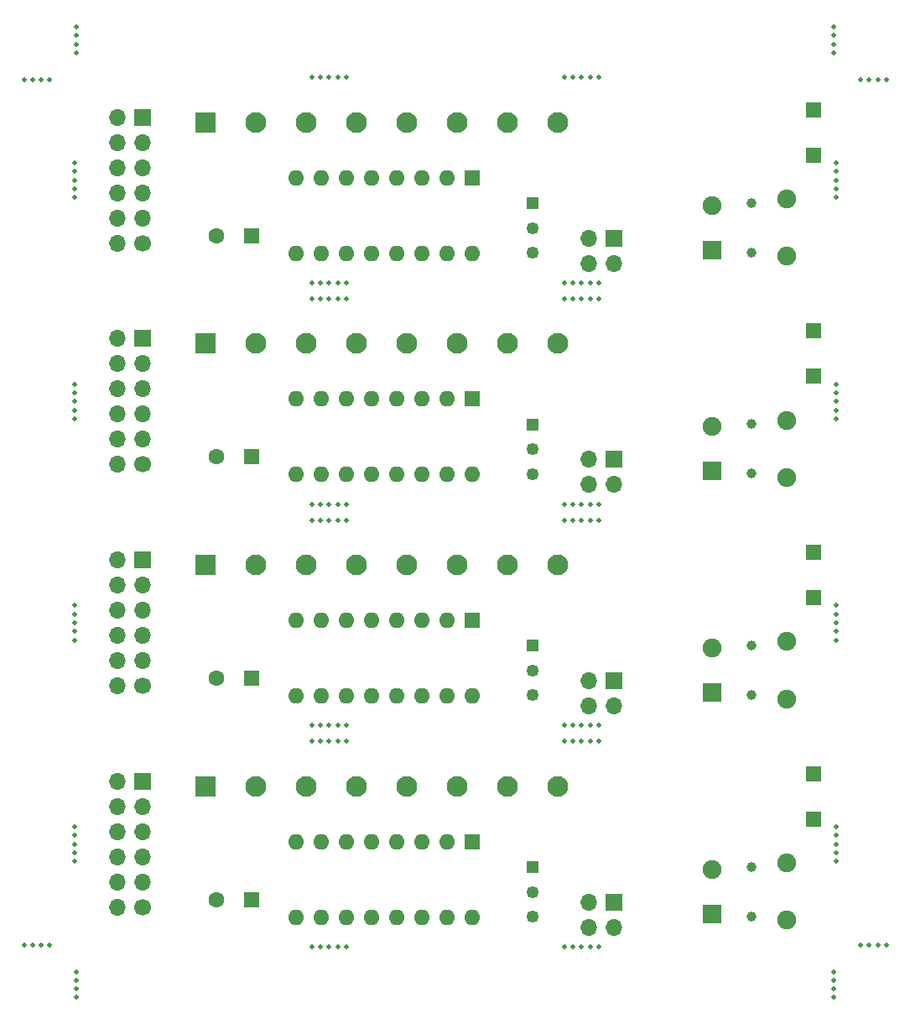
<source format=gbr>
%TF.GenerationSoftware,KiCad,Pcbnew,7.0.9*%
%TF.CreationDate,2023-12-02T23:05:05+09:00*%
%TF.ProjectId,kikit,6b696b69-742e-46b6-9963-61645f706362,rev?*%
%TF.SameCoordinates,Original*%
%TF.FileFunction,Soldermask,Bot*%
%TF.FilePolarity,Negative*%
%FSLAX46Y46*%
G04 Gerber Fmt 4.6, Leading zero omitted, Abs format (unit mm)*
G04 Created by KiCad (PCBNEW 7.0.9) date 2023-12-02 23:05:05*
%MOMM*%
%LPD*%
G01*
G04 APERTURE LIST*
%ADD10R,1.600000X1.600000*%
%ADD11O,1.600000X1.600000*%
%ADD12C,0.500000*%
%ADD13R,2.100000X2.100000*%
%ADD14C,2.100000*%
%ADD15C,1.000000*%
%ADD16R,1.900000X1.900000*%
%ADD17C,1.900000*%
%ADD18C,1.600000*%
%ADD19R,1.251000X1.251000*%
%ADD20C,1.251000*%
%ADD21R,1.500000X1.500000*%
%ADD22R,1.700000X1.700000*%
%ADD23O,1.700000X1.700000*%
%ADD24C,1.700000*%
G04 APERTURE END LIST*
D10*
%TO.C,U1*%
X150239500Y-102876000D03*
D11*
X147699500Y-102876000D03*
X145159500Y-102876000D03*
X142619500Y-102876000D03*
X140079500Y-102876000D03*
X137539500Y-102876000D03*
X134999500Y-102876000D03*
X132459500Y-102876000D03*
X132459500Y-110496000D03*
X134999500Y-110496000D03*
X137539500Y-110496000D03*
X140079500Y-110496000D03*
X142619500Y-110496000D03*
X145159500Y-110496000D03*
X147699500Y-110496000D03*
X150239500Y-110496000D03*
%TD*%
D12*
%TO.C,KiKit_MB_18_3*%
X159492333Y-91160000D03*
%TD*%
%TO.C,KiKit_MB_20_3*%
X186927000Y-104870000D03*
%TD*%
%TO.C,KiKit_MB_17_4*%
X134882667Y-91160000D03*
%TD*%
%TO.C,KiKit_MB_27_6*%
X110273000Y-118565714D03*
%TD*%
%TO.C,KiKit_MB_15_7*%
X134007667Y-70440000D03*
%TD*%
D13*
%TO.C,J4*%
X123330500Y-97278000D03*
D14*
X128410500Y-97278000D03*
X133490500Y-97278000D03*
X138570500Y-97278000D03*
X143650500Y-97278000D03*
X148730500Y-97278000D03*
X153810500Y-97278000D03*
X158890500Y-97278000D03*
%TD*%
D12*
%TO.C,KiKit_MB_21_3*%
X137507667Y-92760000D03*
%TD*%
%TO.C,KiKit_MB_8_4*%
X186927000Y-59355000D03*
%TD*%
%TO.C,KiKit_MB_15_4*%
X136632667Y-70440000D03*
%TD*%
%TO.C,KiKit_MB_27_4*%
X110273000Y-116851428D03*
%TD*%
%TO.C,KiKit_MB_6_3*%
X159492333Y-46520000D03*
%TD*%
%TO.C,KiKit_MB_18_4*%
X160367333Y-91160000D03*
%TD*%
D15*
%TO.C,J2*%
X178448500Y-110406000D03*
X178448500Y-105406000D03*
D16*
X174448500Y-110156000D03*
D17*
X174448500Y-105656000D03*
X181948500Y-110806000D03*
X181948500Y-105006000D03*
%TD*%
D10*
%TO.C,U1*%
X150239500Y-35916000D03*
D11*
X147699500Y-35916000D03*
X145159500Y-35916000D03*
X142619500Y-35916000D03*
X140079500Y-35916000D03*
X137539500Y-35916000D03*
X134999500Y-35916000D03*
X132459500Y-35916000D03*
X132459500Y-43536000D03*
X134999500Y-43536000D03*
X137539500Y-43536000D03*
X140079500Y-43536000D03*
X142619500Y-43536000D03*
X145159500Y-43536000D03*
X147699500Y-43536000D03*
X150239500Y-43536000D03*
%TD*%
D12*
%TO.C,KiKit_MB_7_3*%
X110073000Y-56730000D03*
%TD*%
D10*
%TO.C,C1*%
X127912651Y-108708000D03*
D18*
X124412651Y-108708000D03*
%TD*%
D12*
%TO.C,KiKit_MB_11_6*%
X136632667Y-68840000D03*
%TD*%
%TO.C,KiKit_MB_3_6*%
X134882667Y-25800000D03*
%TD*%
%TO.C,KiKit_MB_9_3*%
X137507667Y-48120000D03*
%TD*%
%TO.C,KiKit_MB_4_5*%
X161242333Y-25800000D03*
%TD*%
%TO.C,KiKit_MB_26_6*%
X186727000Y-23285715D03*
%TD*%
%TO.C,KiKit_MB_10_4*%
X162117333Y-48120000D03*
%TD*%
%TO.C,KiKit_MB_2_4*%
X186927000Y-37035000D03*
%TD*%
%TO.C,KiKit_MB_18_6*%
X162117333Y-91160000D03*
%TD*%
%TO.C,KiKit_MB_2_6*%
X186927000Y-35285000D03*
%TD*%
D19*
%TO.C,RV1*%
X156350500Y-83126000D03*
D20*
X156350500Y-85626000D03*
X156350500Y-88126000D03*
%TD*%
D12*
%TO.C,KiKit_MB_14_3*%
X186927000Y-82550000D03*
%TD*%
%TO.C,KiKit_MB_21_4*%
X136632667Y-92760000D03*
%TD*%
%TO.C,KiKit_MB_16_3*%
X162992333Y-70440000D03*
%TD*%
D21*
%TO.C,GND*%
X184671500Y-33620000D03*
%TD*%
D12*
%TO.C,KiKit_MB_1_5*%
X110073000Y-36160000D03*
%TD*%
%TO.C,KiKit_MB_20_4*%
X186927000Y-103995000D03*
%TD*%
%TO.C,KiKit_MB_5_6*%
X136632667Y-46520000D03*
%TD*%
%TO.C,KiKit_MB_29_5*%
X106701572Y-26000000D03*
%TD*%
D21*
%TO.C,TP1*%
X184671500Y-73688000D03*
%TD*%
D12*
%TO.C,KiKit_MB_15_6*%
X134882667Y-70440000D03*
%TD*%
%TO.C,KiKit_MB_18_5*%
X161242333Y-91160000D03*
%TD*%
%TO.C,KiKit_MB_26_3*%
X186727000Y-20714286D03*
%TD*%
%TO.C,KiKit_MB_6_4*%
X160367333Y-46520000D03*
%TD*%
%TO.C,KiKit_MB_29_3*%
X104987286Y-26000000D03*
%TD*%
%TO.C,KiKit_MB_21_7*%
X134007667Y-92760000D03*
%TD*%
%TO.C,KiKit_MB_23_3*%
X134007667Y-113480000D03*
%TD*%
%TO.C,KiKit_MB_12_7*%
X162992333Y-68840000D03*
%TD*%
D13*
%TO.C,J4*%
X123330500Y-30318000D03*
D14*
X128410500Y-30318000D03*
X133490500Y-30318000D03*
X138570500Y-30318000D03*
X143650500Y-30318000D03*
X148730500Y-30318000D03*
X153810500Y-30318000D03*
X158890500Y-30318000D03*
%TD*%
D12*
%TO.C,KiKit_MB_5_7*%
X137507667Y-46520000D03*
%TD*%
%TO.C,KiKit_MB_16_5*%
X161242333Y-70440000D03*
%TD*%
%TO.C,KiKit_MB_18_7*%
X162992333Y-91160000D03*
%TD*%
D19*
%TO.C,RV1*%
X156350500Y-38486000D03*
D20*
X156350500Y-40986000D03*
X156350500Y-43486000D03*
%TD*%
D12*
%TO.C,KiKit_MB_19_7*%
X110073000Y-104870000D03*
%TD*%
%TO.C,KiKit_MB_23_6*%
X136632667Y-113480000D03*
%TD*%
%TO.C,KiKit_MB_32_6*%
X192012714Y-113280000D03*
%TD*%
%TO.C,KiKit_MB_7_6*%
X110073000Y-59355000D03*
%TD*%
%TO.C,KiKit_MB_28_6*%
X186727000Y-118565714D03*
%TD*%
%TO.C,KiKit_MB_16_4*%
X162117333Y-70440000D03*
%TD*%
%TO.C,KiKit_MB_13_3*%
X110073000Y-79050000D03*
%TD*%
%TO.C,KiKit_MB_29_4*%
X105844429Y-26000000D03*
%TD*%
%TO.C,KiKit_MB_7_7*%
X110073000Y-60230000D03*
%TD*%
%TO.C,KiKit_MB_30_4*%
X105844429Y-113280000D03*
%TD*%
%TO.C,KiKit_MB_21_5*%
X135757667Y-92760000D03*
%TD*%
%TO.C,KiKit_MB_17_3*%
X134007667Y-91160000D03*
%TD*%
%TO.C,KiKit_MB_31_5*%
X191155571Y-26000000D03*
%TD*%
%TO.C,KiKit_MB_4_6*%
X160367333Y-25800000D03*
%TD*%
%TO.C,KiKit_MB_1_3*%
X110073000Y-34410000D03*
%TD*%
D22*
%TO.C,J1*%
X116980500Y-74450000D03*
D23*
X116980500Y-76990000D03*
X116980500Y-79530000D03*
X116980500Y-82070000D03*
X116980500Y-84610000D03*
D24*
X116980500Y-87150000D03*
D23*
X114440500Y-74450000D03*
X114440500Y-76990000D03*
X114440500Y-79530000D03*
X114440500Y-82070000D03*
X114440500Y-84610000D03*
X114440500Y-87150000D03*
%TD*%
D12*
%TO.C,KiKit_MB_14_4*%
X186927000Y-81675000D03*
%TD*%
%TO.C,KiKit_MB_25_5*%
X110273000Y-22428572D03*
%TD*%
%TO.C,KiKit_MB_20_5*%
X186927000Y-103120000D03*
%TD*%
%TO.C,KiKit_MB_20_7*%
X186927000Y-101370000D03*
%TD*%
%TO.C,KiKit_MB_17_7*%
X137507667Y-91160000D03*
%TD*%
D19*
%TO.C,RV1*%
X156350500Y-60806000D03*
D20*
X156350500Y-63306000D03*
X156350500Y-65806000D03*
%TD*%
D12*
%TO.C,KiKit_MB_17_6*%
X136632667Y-91160000D03*
%TD*%
%TO.C,KiKit_MB_8_6*%
X186927000Y-57605000D03*
%TD*%
%TO.C,KiKit_MB_31_6*%
X192012714Y-26000000D03*
%TD*%
%TO.C,KiKit_MB_29_6*%
X107558715Y-26000000D03*
%TD*%
D22*
%TO.C,J5*%
X164483500Y-86637000D03*
D23*
X164483500Y-89177000D03*
X161943500Y-86637000D03*
X161943500Y-89177000D03*
%TD*%
D12*
%TO.C,KiKit_MB_14_5*%
X186927000Y-80800000D03*
%TD*%
%TO.C,KiKit_MB_15_3*%
X137507667Y-70440000D03*
%TD*%
%TO.C,KiKit_MB_9_4*%
X136632667Y-48120000D03*
%TD*%
%TO.C,KiKit_MB_19_3*%
X110073000Y-101370000D03*
%TD*%
%TO.C,KiKit_MB_1_6*%
X110073000Y-37035000D03*
%TD*%
%TO.C,KiKit_MB_10_5*%
X161242333Y-48120000D03*
%TD*%
D22*
%TO.C,J1*%
X116980500Y-29810000D03*
D23*
X116980500Y-32350000D03*
X116980500Y-34890000D03*
X116980500Y-37430000D03*
X116980500Y-39970000D03*
D24*
X116980500Y-42510000D03*
D23*
X114440500Y-29810000D03*
X114440500Y-32350000D03*
X114440500Y-34890000D03*
X114440500Y-37430000D03*
X114440500Y-39970000D03*
X114440500Y-42510000D03*
%TD*%
D12*
%TO.C,KiKit_MB_4_7*%
X159492333Y-25800000D03*
%TD*%
%TO.C,KiKit_MB_1_7*%
X110073000Y-37910000D03*
%TD*%
D22*
%TO.C,J1*%
X116980500Y-96770000D03*
D23*
X116980500Y-99310000D03*
X116980500Y-101850000D03*
X116980500Y-104390000D03*
X116980500Y-106930000D03*
D24*
X116980500Y-109470000D03*
D23*
X114440500Y-96770000D03*
X114440500Y-99310000D03*
X114440500Y-101850000D03*
X114440500Y-104390000D03*
X114440500Y-106930000D03*
X114440500Y-109470000D03*
%TD*%
D10*
%TO.C,C1*%
X127912651Y-41748000D03*
D18*
X124412651Y-41748000D03*
%TD*%
D21*
%TO.C,GND*%
X184671500Y-78260000D03*
%TD*%
D12*
%TO.C,KiKit_MB_3_4*%
X136632667Y-25800000D03*
%TD*%
%TO.C,KiKit_MB_30_3*%
X104987286Y-113280000D03*
%TD*%
D22*
%TO.C,J5*%
X164483500Y-41997000D03*
D23*
X164483500Y-44537000D03*
X161943500Y-41997000D03*
X161943500Y-44537000D03*
%TD*%
D12*
%TO.C,KiKit_MB_1_4*%
X110073000Y-35285000D03*
%TD*%
%TO.C,KiKit_MB_5_4*%
X134882667Y-46520000D03*
%TD*%
D22*
%TO.C,J5*%
X164483500Y-108957000D03*
D23*
X164483500Y-111497000D03*
X161943500Y-108957000D03*
X161943500Y-111497000D03*
%TD*%
D12*
%TO.C,KiKit_MB_9_6*%
X134882667Y-48120000D03*
%TD*%
D21*
%TO.C,TP1*%
X184671500Y-29048000D03*
%TD*%
D12*
%TO.C,KiKit_MB_25_3*%
X110273000Y-20714286D03*
%TD*%
%TO.C,KiKit_MB_6_7*%
X162992333Y-46520000D03*
%TD*%
%TO.C,KiKit_MB_12_4*%
X160367333Y-68840000D03*
%TD*%
%TO.C,KiKit_MB_30_6*%
X107558715Y-113280000D03*
%TD*%
%TO.C,KiKit_MB_8_5*%
X186927000Y-58480000D03*
%TD*%
%TO.C,KiKit_MB_32_3*%
X189441285Y-113280000D03*
%TD*%
%TO.C,KiKit_MB_22_4*%
X162117333Y-92760000D03*
%TD*%
D13*
%TO.C,J4*%
X123330500Y-74958000D03*
D14*
X128410500Y-74958000D03*
X133490500Y-74958000D03*
X138570500Y-74958000D03*
X143650500Y-74958000D03*
X148730500Y-74958000D03*
X153810500Y-74958000D03*
X158890500Y-74958000D03*
%TD*%
D12*
%TO.C,KiKit_MB_32_5*%
X191155571Y-113280000D03*
%TD*%
%TO.C,KiKit_MB_11_5*%
X135757667Y-68840000D03*
%TD*%
D21*
%TO.C,GND*%
X184671500Y-100580000D03*
%TD*%
D12*
%TO.C,KiKit_MB_21_6*%
X134882667Y-92760000D03*
%TD*%
%TO.C,KiKit_MB_16_6*%
X160367333Y-70440000D03*
%TD*%
D10*
%TO.C,C1*%
X127912651Y-64068000D03*
D18*
X124412651Y-64068000D03*
%TD*%
D12*
%TO.C,KiKit_MB_31_4*%
X190298428Y-26000000D03*
%TD*%
%TO.C,KiKit_MB_28_4*%
X186727000Y-116851428D03*
%TD*%
D19*
%TO.C,RV1*%
X156350500Y-105446000D03*
D20*
X156350500Y-107946000D03*
X156350500Y-110446000D03*
%TD*%
D12*
%TO.C,KiKit_MB_9_5*%
X135757667Y-48120000D03*
%TD*%
%TO.C,KiKit_MB_23_4*%
X134882667Y-113480000D03*
%TD*%
D13*
%TO.C,J4*%
X123330500Y-52638000D03*
D14*
X128410500Y-52638000D03*
X133490500Y-52638000D03*
X138570500Y-52638000D03*
X143650500Y-52638000D03*
X148730500Y-52638000D03*
X153810500Y-52638000D03*
X158890500Y-52638000D03*
%TD*%
D12*
%TO.C,KiKit_MB_17_5*%
X135757667Y-91160000D03*
%TD*%
%TO.C,KiKit_MB_12_3*%
X159492333Y-68840000D03*
%TD*%
%TO.C,KiKit_MB_27_5*%
X110273000Y-117708571D03*
%TD*%
%TO.C,KiKit_MB_28_3*%
X186727000Y-115994285D03*
%TD*%
D10*
%TO.C,U1*%
X150239500Y-58236000D03*
D11*
X147699500Y-58236000D03*
X145159500Y-58236000D03*
X142619500Y-58236000D03*
X140079500Y-58236000D03*
X137539500Y-58236000D03*
X134999500Y-58236000D03*
X132459500Y-58236000D03*
X132459500Y-65856000D03*
X134999500Y-65856000D03*
X137539500Y-65856000D03*
X140079500Y-65856000D03*
X142619500Y-65856000D03*
X145159500Y-65856000D03*
X147699500Y-65856000D03*
X150239500Y-65856000D03*
%TD*%
D12*
%TO.C,KiKit_MB_3_5*%
X135757667Y-25800000D03*
%TD*%
%TO.C,KiKit_MB_28_5*%
X186727000Y-117708571D03*
%TD*%
D10*
%TO.C,C1*%
X127912651Y-86388000D03*
D18*
X124412651Y-86388000D03*
%TD*%
D12*
%TO.C,KiKit_MB_13_5*%
X110073000Y-80800000D03*
%TD*%
D21*
%TO.C,TP1*%
X184671500Y-51368000D03*
%TD*%
D12*
%TO.C,KiKit_MB_23_7*%
X137507667Y-113480000D03*
%TD*%
D10*
%TO.C,U1*%
X150239500Y-80556000D03*
D11*
X147699500Y-80556000D03*
X145159500Y-80556000D03*
X142619500Y-80556000D03*
X140079500Y-80556000D03*
X137539500Y-80556000D03*
X134999500Y-80556000D03*
X132459500Y-80556000D03*
X132459500Y-88176000D03*
X134999500Y-88176000D03*
X137539500Y-88176000D03*
X140079500Y-88176000D03*
X142619500Y-88176000D03*
X145159500Y-88176000D03*
X147699500Y-88176000D03*
X150239500Y-88176000D03*
%TD*%
D22*
%TO.C,J1*%
X116980500Y-52130000D03*
D23*
X116980500Y-54670000D03*
X116980500Y-57210000D03*
X116980500Y-59750000D03*
X116980500Y-62290000D03*
D24*
X116980500Y-64830000D03*
D23*
X114440500Y-52130000D03*
X114440500Y-54670000D03*
X114440500Y-57210000D03*
X114440500Y-59750000D03*
X114440500Y-62290000D03*
X114440500Y-64830000D03*
%TD*%
D12*
%TO.C,KiKit_MB_24_4*%
X160367333Y-113480000D03*
%TD*%
%TO.C,KiKit_MB_6_5*%
X161242333Y-46520000D03*
%TD*%
%TO.C,KiKit_MB_8_7*%
X186927000Y-56730000D03*
%TD*%
%TO.C,KiKit_MB_24_5*%
X161242333Y-113480000D03*
%TD*%
%TO.C,KiKit_MB_2_7*%
X186927000Y-34410000D03*
%TD*%
%TO.C,KiKit_MB_14_7*%
X186927000Y-79050000D03*
%TD*%
%TO.C,KiKit_MB_2_3*%
X186927000Y-37910000D03*
%TD*%
D15*
%TO.C,J2*%
X178448500Y-43446000D03*
X178448500Y-38446000D03*
D16*
X174448500Y-43196000D03*
D17*
X174448500Y-38696000D03*
X181948500Y-43846000D03*
X181948500Y-38046000D03*
%TD*%
D12*
%TO.C,KiKit_MB_2_5*%
X186927000Y-36160000D03*
%TD*%
%TO.C,KiKit_MB_27_3*%
X110273000Y-115994285D03*
%TD*%
%TO.C,KiKit_MB_19_6*%
X110073000Y-103995000D03*
%TD*%
%TO.C,KiKit_MB_10_6*%
X160367333Y-48120000D03*
%TD*%
%TO.C,KiKit_MB_11_7*%
X137507667Y-68840000D03*
%TD*%
%TO.C,KiKit_MB_11_3*%
X134007667Y-68840000D03*
%TD*%
%TO.C,KiKit_MB_19_5*%
X110073000Y-103120000D03*
%TD*%
%TO.C,KiKit_MB_12_6*%
X162117333Y-68840000D03*
%TD*%
%TO.C,KiKit_MB_24_7*%
X162992333Y-113480000D03*
%TD*%
%TO.C,KiKit_MB_8_3*%
X186927000Y-60230000D03*
%TD*%
%TO.C,KiKit_MB_19_4*%
X110073000Y-102245000D03*
%TD*%
%TO.C,KiKit_MB_30_5*%
X106701572Y-113280000D03*
%TD*%
%TO.C,KiKit_MB_12_5*%
X161242333Y-68840000D03*
%TD*%
%TO.C,KiKit_MB_22_5*%
X161242333Y-92760000D03*
%TD*%
%TO.C,KiKit_MB_24_3*%
X159492333Y-113480000D03*
%TD*%
D22*
%TO.C,J5*%
X164483500Y-64317000D03*
D23*
X164483500Y-66857000D03*
X161943500Y-64317000D03*
X161943500Y-66857000D03*
%TD*%
D12*
%TO.C,KiKit_MB_10_3*%
X162992333Y-48120000D03*
%TD*%
%TO.C,KiKit_MB_32_4*%
X190298428Y-113280000D03*
%TD*%
%TO.C,KiKit_MB_3_3*%
X137507667Y-25800000D03*
%TD*%
%TO.C,KiKit_MB_4_4*%
X162117333Y-25800000D03*
%TD*%
%TO.C,KiKit_MB_11_4*%
X134882667Y-68840000D03*
%TD*%
%TO.C,KiKit_MB_13_6*%
X110073000Y-81675000D03*
%TD*%
%TO.C,KiKit_MB_6_6*%
X162117333Y-46520000D03*
%TD*%
%TO.C,KiKit_MB_4_3*%
X162992333Y-25800000D03*
%TD*%
%TO.C,KiKit_MB_13_4*%
X110073000Y-79925000D03*
%TD*%
%TO.C,KiKit_MB_7_5*%
X110073000Y-58480000D03*
%TD*%
%TO.C,KiKit_MB_22_7*%
X159492333Y-92760000D03*
%TD*%
%TO.C,KiKit_MB_14_6*%
X186927000Y-79925000D03*
%TD*%
%TO.C,KiKit_MB_22_6*%
X160367333Y-92760000D03*
%TD*%
%TO.C,KiKit_MB_26_5*%
X186727000Y-22428572D03*
%TD*%
%TO.C,KiKit_MB_26_4*%
X186727000Y-21571429D03*
%TD*%
%TO.C,KiKit_MB_5_3*%
X134007667Y-46520000D03*
%TD*%
D15*
%TO.C,J2*%
X178448500Y-65766000D03*
X178448500Y-60766000D03*
D16*
X174448500Y-65516000D03*
D17*
X174448500Y-61016000D03*
X181948500Y-66166000D03*
X181948500Y-60366000D03*
%TD*%
D12*
%TO.C,KiKit_MB_7_4*%
X110073000Y-57605000D03*
%TD*%
%TO.C,KiKit_MB_20_6*%
X186927000Y-102245000D03*
%TD*%
%TO.C,KiKit_MB_9_7*%
X134007667Y-48120000D03*
%TD*%
%TO.C,KiKit_MB_5_5*%
X135757667Y-46520000D03*
%TD*%
%TO.C,KiKit_MB_24_6*%
X162117333Y-113480000D03*
%TD*%
D15*
%TO.C,J2*%
X178448500Y-88086000D03*
X178448500Y-83086000D03*
D16*
X174448500Y-87836000D03*
D17*
X174448500Y-83336000D03*
X181948500Y-88486000D03*
X181948500Y-82686000D03*
%TD*%
D12*
%TO.C,KiKit_MB_10_7*%
X159492333Y-48120000D03*
%TD*%
%TO.C,KiKit_MB_23_5*%
X135757667Y-113480000D03*
%TD*%
D21*
%TO.C,GND*%
X184671500Y-55940000D03*
%TD*%
D12*
%TO.C,KiKit_MB_13_7*%
X110073000Y-82550000D03*
%TD*%
%TO.C,KiKit_MB_31_3*%
X189441285Y-26000000D03*
%TD*%
%TO.C,KiKit_MB_25_6*%
X110273000Y-23285715D03*
%TD*%
%TO.C,KiKit_MB_25_4*%
X110273000Y-21571429D03*
%TD*%
%TO.C,KiKit_MB_16_7*%
X159492333Y-70440000D03*
%TD*%
%TO.C,KiKit_MB_22_3*%
X162992333Y-92760000D03*
%TD*%
D21*
%TO.C,TP1*%
X184671500Y-96008000D03*
%TD*%
D12*
%TO.C,KiKit_MB_15_5*%
X135757667Y-70440000D03*
%TD*%
%TO.C,KiKit_MB_3_7*%
X134007667Y-25800000D03*
%TD*%
M02*

</source>
